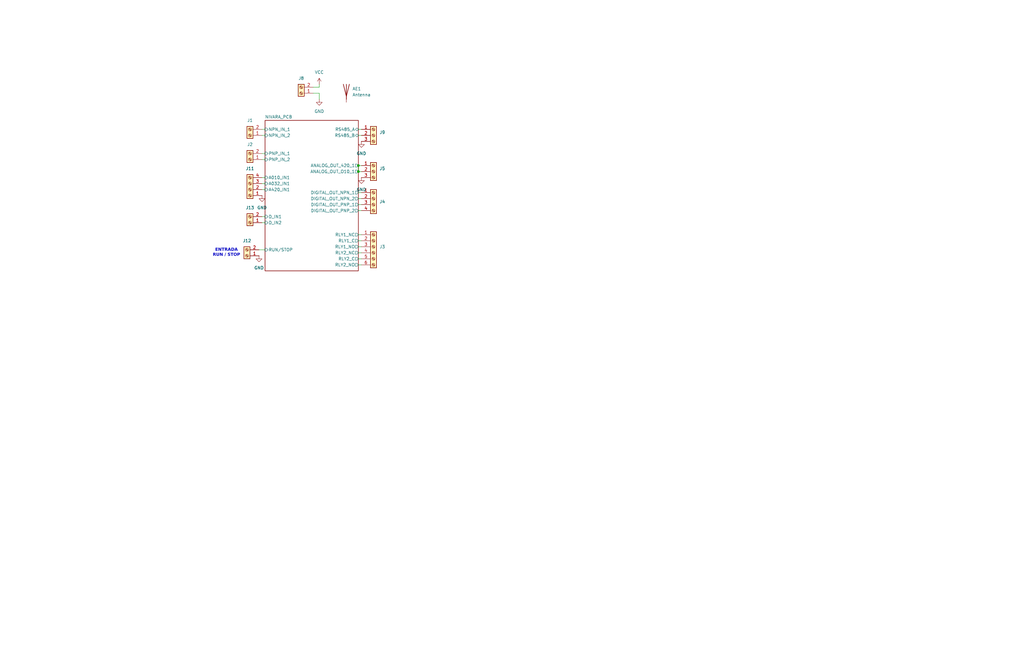
<source format=kicad_sch>
(kicad_sch
	(version 20250114)
	(generator "eeschema")
	(generator_version "9.0")
	(uuid "6e75f459-6987-4339-89e3-aaf3c6cdec65")
	(paper "USLedger")
	(lib_symbols
		(symbol "Connector:Screw_Terminal_01x02"
			(pin_names
				(offset 1.016)
				(hide yes)
			)
			(exclude_from_sim no)
			(in_bom yes)
			(on_board yes)
			(property "Reference" "J"
				(at 0 2.54 0)
				(effects
					(font
						(size 1.27 1.27)
					)
				)
			)
			(property "Value" "Screw_Terminal_01x02"
				(at 0 -5.08 0)
				(effects
					(font
						(size 1.27 1.27)
					)
				)
			)
			(property "Footprint" ""
				(at 0 0 0)
				(effects
					(font
						(size 1.27 1.27)
					)
					(hide yes)
				)
			)
			(property "Datasheet" "~"
				(at 0 0 0)
				(effects
					(font
						(size 1.27 1.27)
					)
					(hide yes)
				)
			)
			(property "Description" "Generic screw terminal, single row, 01x02, script generated (kicad-library-utils/schlib/autogen/connector/)"
				(at 0 0 0)
				(effects
					(font
						(size 1.27 1.27)
					)
					(hide yes)
				)
			)
			(property "ki_keywords" "screw terminal"
				(at 0 0 0)
				(effects
					(font
						(size 1.27 1.27)
					)
					(hide yes)
				)
			)
			(property "ki_fp_filters" "TerminalBlock*:*"
				(at 0 0 0)
				(effects
					(font
						(size 1.27 1.27)
					)
					(hide yes)
				)
			)
			(symbol "Screw_Terminal_01x02_1_1"
				(rectangle
					(start -1.27 1.27)
					(end 1.27 -3.81)
					(stroke
						(width 0.254)
						(type default)
					)
					(fill
						(type background)
					)
				)
				(polyline
					(pts
						(xy -0.5334 0.3302) (xy 0.3302 -0.508)
					)
					(stroke
						(width 0.1524)
						(type default)
					)
					(fill
						(type none)
					)
				)
				(polyline
					(pts
						(xy -0.5334 -2.2098) (xy 0.3302 -3.048)
					)
					(stroke
						(width 0.1524)
						(type default)
					)
					(fill
						(type none)
					)
				)
				(polyline
					(pts
						(xy -0.3556 0.508) (xy 0.508 -0.3302)
					)
					(stroke
						(width 0.1524)
						(type default)
					)
					(fill
						(type none)
					)
				)
				(polyline
					(pts
						(xy -0.3556 -2.032) (xy 0.508 -2.8702)
					)
					(stroke
						(width 0.1524)
						(type default)
					)
					(fill
						(type none)
					)
				)
				(circle
					(center 0 0)
					(radius 0.635)
					(stroke
						(width 0.1524)
						(type default)
					)
					(fill
						(type none)
					)
				)
				(circle
					(center 0 -2.54)
					(radius 0.635)
					(stroke
						(width 0.1524)
						(type default)
					)
					(fill
						(type none)
					)
				)
				(pin passive line
					(at -5.08 0 0)
					(length 3.81)
					(name "Pin_1"
						(effects
							(font
								(size 1.27 1.27)
							)
						)
					)
					(number "1"
						(effects
							(font
								(size 1.27 1.27)
							)
						)
					)
				)
				(pin passive line
					(at -5.08 -2.54 0)
					(length 3.81)
					(name "Pin_2"
						(effects
							(font
								(size 1.27 1.27)
							)
						)
					)
					(number "2"
						(effects
							(font
								(size 1.27 1.27)
							)
						)
					)
				)
			)
			(embedded_fonts no)
		)
		(symbol "Connector:Screw_Terminal_01x03"
			(pin_names
				(offset 1.016)
				(hide yes)
			)
			(exclude_from_sim no)
			(in_bom yes)
			(on_board yes)
			(property "Reference" "J"
				(at 0 5.08 0)
				(effects
					(font
						(size 1.27 1.27)
					)
				)
			)
			(property "Value" "Screw_Terminal_01x03"
				(at 0 -5.08 0)
				(effects
					(font
						(size 1.27 1.27)
					)
				)
			)
			(property "Footprint" ""
				(at 0 0 0)
				(effects
					(font
						(size 1.27 1.27)
					)
					(hide yes)
				)
			)
			(property "Datasheet" "~"
				(at 0 0 0)
				(effects
					(font
						(size 1.27 1.27)
					)
					(hide yes)
				)
			)
			(property "Description" "Generic screw terminal, single row, 01x03, script generated (kicad-library-utils/schlib/autogen/connector/)"
				(at 0 0 0)
				(effects
					(font
						(size 1.27 1.27)
					)
					(hide yes)
				)
			)
			(property "ki_keywords" "screw terminal"
				(at 0 0 0)
				(effects
					(font
						(size 1.27 1.27)
					)
					(hide yes)
				)
			)
			(property "ki_fp_filters" "TerminalBlock*:*"
				(at 0 0 0)
				(effects
					(font
						(size 1.27 1.27)
					)
					(hide yes)
				)
			)
			(symbol "Screw_Terminal_01x03_1_1"
				(rectangle
					(start -1.27 3.81)
					(end 1.27 -3.81)
					(stroke
						(width 0.254)
						(type default)
					)
					(fill
						(type background)
					)
				)
				(polyline
					(pts
						(xy -0.5334 2.8702) (xy 0.3302 2.032)
					)
					(stroke
						(width 0.1524)
						(type default)
					)
					(fill
						(type none)
					)
				)
				(polyline
					(pts
						(xy -0.5334 0.3302) (xy 0.3302 -0.508)
					)
					(stroke
						(width 0.1524)
						(type default)
					)
					(fill
						(type none)
					)
				)
				(polyline
					(pts
						(xy -0.5334 -2.2098) (xy 0.3302 -3.048)
					)
					(stroke
						(width 0.1524)
						(type default)
					)
					(fill
						(type none)
					)
				)
				(polyline
					(pts
						(xy -0.3556 3.048) (xy 0.508 2.2098)
					)
					(stroke
						(width 0.1524)
						(type default)
					)
					(fill
						(type none)
					)
				)
				(polyline
					(pts
						(xy -0.3556 0.508) (xy 0.508 -0.3302)
					)
					(stroke
						(width 0.1524)
						(type default)
					)
					(fill
						(type none)
					)
				)
				(polyline
					(pts
						(xy -0.3556 -2.032) (xy 0.508 -2.8702)
					)
					(stroke
						(width 0.1524)
						(type default)
					)
					(fill
						(type none)
					)
				)
				(circle
					(center 0 2.54)
					(radius 0.635)
					(stroke
						(width 0.1524)
						(type default)
					)
					(fill
						(type none)
					)
				)
				(circle
					(center 0 0)
					(radius 0.635)
					(stroke
						(width 0.1524)
						(type default)
					)
					(fill
						(type none)
					)
				)
				(circle
					(center 0 -2.54)
					(radius 0.635)
					(stroke
						(width 0.1524)
						(type default)
					)
					(fill
						(type none)
					)
				)
				(pin passive line
					(at -5.08 2.54 0)
					(length 3.81)
					(name "Pin_1"
						(effects
							(font
								(size 1.27 1.27)
							)
						)
					)
					(number "1"
						(effects
							(font
								(size 1.27 1.27)
							)
						)
					)
				)
				(pin passive line
					(at -5.08 0 0)
					(length 3.81)
					(name "Pin_2"
						(effects
							(font
								(size 1.27 1.27)
							)
						)
					)
					(number "2"
						(effects
							(font
								(size 1.27 1.27)
							)
						)
					)
				)
				(pin passive line
					(at -5.08 -2.54 0)
					(length 3.81)
					(name "Pin_3"
						(effects
							(font
								(size 1.27 1.27)
							)
						)
					)
					(number "3"
						(effects
							(font
								(size 1.27 1.27)
							)
						)
					)
				)
			)
			(embedded_fonts no)
		)
		(symbol "Connector:Screw_Terminal_01x04"
			(pin_names
				(offset 1.016)
				(hide yes)
			)
			(exclude_from_sim no)
			(in_bom yes)
			(on_board yes)
			(property "Reference" "J"
				(at 0 5.08 0)
				(effects
					(font
						(size 1.27 1.27)
					)
				)
			)
			(property "Value" "Screw_Terminal_01x04"
				(at 0 -7.62 0)
				(effects
					(font
						(size 1.27 1.27)
					)
				)
			)
			(property "Footprint" ""
				(at 0 0 0)
				(effects
					(font
						(size 1.27 1.27)
					)
					(hide yes)
				)
			)
			(property "Datasheet" "~"
				(at 0 0 0)
				(effects
					(font
						(size 1.27 1.27)
					)
					(hide yes)
				)
			)
			(property "Description" "Generic screw terminal, single row, 01x04, script generated (kicad-library-utils/schlib/autogen/connector/)"
				(at 0 0 0)
				(effects
					(font
						(size 1.27 1.27)
					)
					(hide yes)
				)
			)
			(property "ki_keywords" "screw terminal"
				(at 0 0 0)
				(effects
					(font
						(size 1.27 1.27)
					)
					(hide yes)
				)
			)
			(property "ki_fp_filters" "TerminalBlock*:*"
				(at 0 0 0)
				(effects
					(font
						(size 1.27 1.27)
					)
					(hide yes)
				)
			)
			(symbol "Screw_Terminal_01x04_1_1"
				(rectangle
					(start -1.27 3.81)
					(end 1.27 -6.35)
					(stroke
						(width 0.254)
						(type default)
					)
					(fill
						(type background)
					)
				)
				(polyline
					(pts
						(xy -0.5334 2.8702) (xy 0.3302 2.032)
					)
					(stroke
						(width 0.1524)
						(type default)
					)
					(fill
						(type none)
					)
				)
				(polyline
					(pts
						(xy -0.5334 0.3302) (xy 0.3302 -0.508)
					)
					(stroke
						(width 0.1524)
						(type default)
					)
					(fill
						(type none)
					)
				)
				(polyline
					(pts
						(xy -0.5334 -2.2098) (xy 0.3302 -3.048)
					)
					(stroke
						(width 0.1524)
						(type default)
					)
					(fill
						(type none)
					)
				)
				(polyline
					(pts
						(xy -0.5334 -4.7498) (xy 0.3302 -5.588)
					)
					(stroke
						(width 0.1524)
						(type default)
					)
					(fill
						(type none)
					)
				)
				(polyline
					(pts
						(xy -0.3556 3.048) (xy 0.508 2.2098)
					)
					(stroke
						(width 0.1524)
						(type default)
					)
					(fill
						(type none)
					)
				)
				(polyline
					(pts
						(xy -0.3556 0.508) (xy 0.508 -0.3302)
					)
					(stroke
						(width 0.1524)
						(type default)
					)
					(fill
						(type none)
					)
				)
				(polyline
					(pts
						(xy -0.3556 -2.032) (xy 0.508 -2.8702)
					)
					(stroke
						(width 0.1524)
						(type default)
					)
					(fill
						(type none)
					)
				)
				(polyline
					(pts
						(xy -0.3556 -4.572) (xy 0.508 -5.4102)
					)
					(stroke
						(width 0.1524)
						(type default)
					)
					(fill
						(type none)
					)
				)
				(circle
					(center 0 2.54)
					(radius 0.635)
					(stroke
						(width 0.1524)
						(type default)
					)
					(fill
						(type none)
					)
				)
				(circle
					(center 0 0)
					(radius 0.635)
					(stroke
						(width 0.1524)
						(type default)
					)
					(fill
						(type none)
					)
				)
				(circle
					(center 0 -2.54)
					(radius 0.635)
					(stroke
						(width 0.1524)
						(type default)
					)
					(fill
						(type none)
					)
				)
				(circle
					(center 0 -5.08)
					(radius 0.635)
					(stroke
						(width 0.1524)
						(type default)
					)
					(fill
						(type none)
					)
				)
				(pin passive line
					(at -5.08 2.54 0)
					(length 3.81)
					(name "Pin_1"
						(effects
							(font
								(size 1.27 1.27)
							)
						)
					)
					(number "1"
						(effects
							(font
								(size 1.27 1.27)
							)
						)
					)
				)
				(pin passive line
					(at -5.08 0 0)
					(length 3.81)
					(name "Pin_2"
						(effects
							(font
								(size 1.27 1.27)
							)
						)
					)
					(number "2"
						(effects
							(font
								(size 1.27 1.27)
							)
						)
					)
				)
				(pin passive line
					(at -5.08 -2.54 0)
					(length 3.81)
					(name "Pin_3"
						(effects
							(font
								(size 1.27 1.27)
							)
						)
					)
					(number "3"
						(effects
							(font
								(size 1.27 1.27)
							)
						)
					)
				)
				(pin passive line
					(at -5.08 -5.08 0)
					(length 3.81)
					(name "Pin_4"
						(effects
							(font
								(size 1.27 1.27)
							)
						)
					)
					(number "4"
						(effects
							(font
								(size 1.27 1.27)
							)
						)
					)
				)
			)
			(embedded_fonts no)
		)
		(symbol "Connector:Screw_Terminal_01x06"
			(pin_names
				(offset 1.016)
				(hide yes)
			)
			(exclude_from_sim no)
			(in_bom yes)
			(on_board yes)
			(property "Reference" "J"
				(at 0 7.62 0)
				(effects
					(font
						(size 1.27 1.27)
					)
				)
			)
			(property "Value" "Screw_Terminal_01x06"
				(at 0 -10.16 0)
				(effects
					(font
						(size 1.27 1.27)
					)
				)
			)
			(property "Footprint" ""
				(at 0 0 0)
				(effects
					(font
						(size 1.27 1.27)
					)
					(hide yes)
				)
			)
			(property "Datasheet" "~"
				(at 0 0 0)
				(effects
					(font
						(size 1.27 1.27)
					)
					(hide yes)
				)
			)
			(property "Description" "Generic screw terminal, single row, 01x06, script generated (kicad-library-utils/schlib/autogen/connector/)"
				(at 0 0 0)
				(effects
					(font
						(size 1.27 1.27)
					)
					(hide yes)
				)
			)
			(property "ki_keywords" "screw terminal"
				(at 0 0 0)
				(effects
					(font
						(size 1.27 1.27)
					)
					(hide yes)
				)
			)
			(property "ki_fp_filters" "TerminalBlock*:*"
				(at 0 0 0)
				(effects
					(font
						(size 1.27 1.27)
					)
					(hide yes)
				)
			)
			(symbol "Screw_Terminal_01x06_1_1"
				(rectangle
					(start -1.27 6.35)
					(end 1.27 -8.89)
					(stroke
						(width 0.254)
						(type default)
					)
					(fill
						(type background)
					)
				)
				(polyline
					(pts
						(xy -0.5334 5.4102) (xy 0.3302 4.572)
					)
					(stroke
						(width 0.1524)
						(type default)
					)
					(fill
						(type none)
					)
				)
				(polyline
					(pts
						(xy -0.5334 2.8702) (xy 0.3302 2.032)
					)
					(stroke
						(width 0.1524)
						(type default)
					)
					(fill
						(type none)
					)
				)
				(polyline
					(pts
						(xy -0.5334 0.3302) (xy 0.3302 -0.508)
					)
					(stroke
						(width 0.1524)
						(type default)
					)
					(fill
						(type none)
					)
				)
				(polyline
					(pts
						(xy -0.5334 -2.2098) (xy 0.3302 -3.048)
					)
					(stroke
						(width 0.1524)
						(type default)
					)
					(fill
						(type none)
					)
				)
				(polyline
					(pts
						(xy -0.5334 -4.7498) (xy 0.3302 -5.588)
					)
					(stroke
						(width 0.1524)
						(type default)
					)
					(fill
						(type none)
					)
				)
				(polyline
					(pts
						(xy -0.5334 -7.2898) (xy 0.3302 -8.128)
					)
					(stroke
						(width 0.1524)
						(type default)
					)
					(fill
						(type none)
					)
				)
				(polyline
					(pts
						(xy -0.3556 5.588) (xy 0.508 4.7498)
					)
					(stroke
						(width 0.1524)
						(type default)
					)
					(fill
						(type none)
					)
				)
				(polyline
					(pts
						(xy -0.3556 3.048) (xy 0.508 2.2098)
					)
					(stroke
						(width 0.1524)
						(type default)
					)
					(fill
						(type none)
					)
				)
				(polyline
					(pts
						(xy -0.3556 0.508) (xy 0.508 -0.3302)
					)
					(stroke
						(width 0.1524)
						(type default)
					)
					(fill
						(type none)
					)
				)
				(polyline
					(pts
						(xy -0.3556 -2.032) (xy 0.508 -2.8702)
					)
					(stroke
						(width 0.1524)
						(type default)
					)
					(fill
						(type none)
					)
				)
				(polyline
					(pts
						(xy -0.3556 -4.572) (xy 0.508 -5.4102)
					)
					(stroke
						(width 0.1524)
						(type default)
					)
					(fill
						(type none)
					)
				)
				(polyline
					(pts
						(xy -0.3556 -7.112) (xy 0.508 -7.9502)
					)
					(stroke
						(width 0.1524)
						(type default)
					)
					(fill
						(type none)
					)
				)
				(circle
					(center 0 5.08)
					(radius 0.635)
					(stroke
						(width 0.1524)
						(type default)
					)
					(fill
						(type none)
					)
				)
				(circle
					(center 0 2.54)
					(radius 0.635)
					(stroke
						(width 0.1524)
						(type default)
					)
					(fill
						(type none)
					)
				)
				(circle
					(center 0 0)
					(radius 0.635)
					(stroke
						(width 0.1524)
						(type default)
					)
					(fill
						(type none)
					)
				)
				(circle
					(center 0 -2.54)
					(radius 0.635)
					(stroke
						(width 0.1524)
						(type default)
					)
					(fill
						(type none)
					)
				)
				(circle
					(center 0 -5.08)
					(radius 0.635)
					(stroke
						(width 0.1524)
						(type default)
					)
					(fill
						(type none)
					)
				)
				(circle
					(center 0 -7.62)
					(radius 0.635)
					(stroke
						(width 0.1524)
						(type default)
					)
					(fill
						(type none)
					)
				)
				(pin passive line
					(at -5.08 5.08 0)
					(length 3.81)
					(name "Pin_1"
						(effects
							(font
								(size 1.27 1.27)
							)
						)
					)
					(number "1"
						(effects
							(font
								(size 1.27 1.27)
							)
						)
					)
				)
				(pin passive line
					(at -5.08 2.54 0)
					(length 3.81)
					(name "Pin_2"
						(effects
							(font
								(size 1.27 1.27)
							)
						)
					)
					(number "2"
						(effects
							(font
								(size 1.27 1.27)
							)
						)
					)
				)
				(pin passive line
					(at -5.08 0 0)
					(length 3.81)
					(name "Pin_3"
						(effects
							(font
								(size 1.27 1.27)
							)
						)
					)
					(number "3"
						(effects
							(font
								(size 1.27 1.27)
							)
						)
					)
				)
				(pin passive line
					(at -5.08 -2.54 0)
					(length 3.81)
					(name "Pin_4"
						(effects
							(font
								(size 1.27 1.27)
							)
						)
					)
					(number "4"
						(effects
							(font
								(size 1.27 1.27)
							)
						)
					)
				)
				(pin passive line
					(at -5.08 -5.08 0)
					(length 3.81)
					(name "Pin_5"
						(effects
							(font
								(size 1.27 1.27)
							)
						)
					)
					(number "5"
						(effects
							(font
								(size 1.27 1.27)
							)
						)
					)
				)
				(pin passive line
					(at -5.08 -7.62 0)
					(length 3.81)
					(name "Pin_6"
						(effects
							(font
								(size 1.27 1.27)
							)
						)
					)
					(number "6"
						(effects
							(font
								(size 1.27 1.27)
							)
						)
					)
				)
			)
			(embedded_fonts no)
		)
		(symbol "Device:Antenna"
			(pin_numbers
				(hide yes)
			)
			(pin_names
				(offset 1.016)
				(hide yes)
			)
			(exclude_from_sim no)
			(in_bom yes)
			(on_board yes)
			(property "Reference" "AE"
				(at -1.905 1.905 0)
				(effects
					(font
						(size 1.27 1.27)
					)
					(justify right)
				)
			)
			(property "Value" "Antenna"
				(at -1.905 0 0)
				(effects
					(font
						(size 1.27 1.27)
					)
					(justify right)
				)
			)
			(property "Footprint" ""
				(at 0 0 0)
				(effects
					(font
						(size 1.27 1.27)
					)
					(hide yes)
				)
			)
			(property "Datasheet" "~"
				(at 0 0 0)
				(effects
					(font
						(size 1.27 1.27)
					)
					(hide yes)
				)
			)
			(property "Description" "Antenna"
				(at 0 0 0)
				(effects
					(font
						(size 1.27 1.27)
					)
					(hide yes)
				)
			)
			(property "ki_keywords" "antenna"
				(at 0 0 0)
				(effects
					(font
						(size 1.27 1.27)
					)
					(hide yes)
				)
			)
			(symbol "Antenna_0_1"
				(polyline
					(pts
						(xy 0 2.54) (xy 0 -3.81)
					)
					(stroke
						(width 0.254)
						(type default)
					)
					(fill
						(type none)
					)
				)
				(polyline
					(pts
						(xy 1.27 2.54) (xy 0 -2.54) (xy -1.27 2.54)
					)
					(stroke
						(width 0.254)
						(type default)
					)
					(fill
						(type none)
					)
				)
			)
			(symbol "Antenna_1_1"
				(pin input line
					(at 0 -5.08 90)
					(length 2.54)
					(name "A"
						(effects
							(font
								(size 1.27 1.27)
							)
						)
					)
					(number "1"
						(effects
							(font
								(size 1.27 1.27)
							)
						)
					)
				)
			)
			(embedded_fonts no)
		)
		(symbol "power:GND"
			(power)
			(pin_numbers
				(hide yes)
			)
			(pin_names
				(offset 0)
				(hide yes)
			)
			(exclude_from_sim no)
			(in_bom yes)
			(on_board yes)
			(property "Reference" "#PWR"
				(at 0 -6.35 0)
				(effects
					(font
						(size 1.27 1.27)
					)
					(hide yes)
				)
			)
			(property "Value" "GND"
				(at 0 -3.81 0)
				(effects
					(font
						(size 1.27 1.27)
					)
				)
			)
			(property "Footprint" ""
				(at 0 0 0)
				(effects
					(font
						(size 1.27 1.27)
					)
					(hide yes)
				)
			)
			(property "Datasheet" ""
				(at 0 0 0)
				(effects
					(font
						(size 1.27 1.27)
					)
					(hide yes)
				)
			)
			(property "Description" "Power symbol creates a global label with name \"GND\" , ground"
				(at 0 0 0)
				(effects
					(font
						(size 1.27 1.27)
					)
					(hide yes)
				)
			)
			(property "ki_keywords" "global power"
				(at 0 0 0)
				(effects
					(font
						(size 1.27 1.27)
					)
					(hide yes)
				)
			)
			(symbol "GND_0_1"
				(polyline
					(pts
						(xy 0 0) (xy 0 -1.27) (xy 1.27 -1.27) (xy 0 -2.54) (xy -1.27 -1.27) (xy 0 -1.27)
					)
					(stroke
						(width 0)
						(type default)
					)
					(fill
						(type none)
					)
				)
			)
			(symbol "GND_1_1"
				(pin power_in line
					(at 0 0 270)
					(length 0)
					(name "~"
						(effects
							(font
								(size 1.27 1.27)
							)
						)
					)
					(number "1"
						(effects
							(font
								(size 1.27 1.27)
							)
						)
					)
				)
			)
			(embedded_fonts no)
		)
		(symbol "power:VCC"
			(power)
			(pin_numbers
				(hide yes)
			)
			(pin_names
				(offset 0)
				(hide yes)
			)
			(exclude_from_sim no)
			(in_bom yes)
			(on_board yes)
			(property "Reference" "#PWR"
				(at 0 -3.81 0)
				(effects
					(font
						(size 1.27 1.27)
					)
					(hide yes)
				)
			)
			(property "Value" "VCC"
				(at 0 3.556 0)
				(effects
					(font
						(size 1.27 1.27)
					)
				)
			)
			(property "Footprint" ""
				(at 0 0 0)
				(effects
					(font
						(size 1.27 1.27)
					)
					(hide yes)
				)
			)
			(property "Datasheet" ""
				(at 0 0 0)
				(effects
					(font
						(size 1.27 1.27)
					)
					(hide yes)
				)
			)
			(property "Description" "Power symbol creates a global label with name \"VCC\""
				(at 0 0 0)
				(effects
					(font
						(size 1.27 1.27)
					)
					(hide yes)
				)
			)
			(property "ki_keywords" "global power"
				(at 0 0 0)
				(effects
					(font
						(size 1.27 1.27)
					)
					(hide yes)
				)
			)
			(symbol "VCC_0_1"
				(polyline
					(pts
						(xy -0.762 1.27) (xy 0 2.54)
					)
					(stroke
						(width 0)
						(type default)
					)
					(fill
						(type none)
					)
				)
				(polyline
					(pts
						(xy 0 2.54) (xy 0.762 1.27)
					)
					(stroke
						(width 0)
						(type default)
					)
					(fill
						(type none)
					)
				)
				(polyline
					(pts
						(xy 0 0) (xy 0 2.54)
					)
					(stroke
						(width 0)
						(type default)
					)
					(fill
						(type none)
					)
				)
			)
			(symbol "VCC_1_1"
				(pin power_in line
					(at 0 0 90)
					(length 0)
					(name "~"
						(effects
							(font
								(size 1.27 1.27)
							)
						)
					)
					(number "1"
						(effects
							(font
								(size 1.27 1.27)
							)
						)
					)
				)
			)
			(embedded_fonts no)
		)
	)
	(text "ENTRADA\nRUN / STOP\n"
		(exclude_from_sim no)
		(at 95.504 106.934 0)
		(effects
			(font
				(face "Arial Black")
				(size 1.27 1.27)
			)
		)
		(uuid "ee922bd1-f17c-44fb-8420-123bc0e4d74f")
	)
	(junction
		(at 151.13 72.39)
		(diameter 0)
		(color 0 0 0 0)
		(uuid "acf0a46b-d8f7-4073-94c3-94c96f9dffe3")
	)
	(junction
		(at 151.13 69.85)
		(diameter 0)
		(color 0 0 0 0)
		(uuid "ffbcc117-6cd3-43d7-bb1d-b2001553b923")
	)
	(wire
		(pts
			(xy 151.13 54.61) (xy 152.4 54.61)
		)
		(stroke
			(width 0)
			(type default)
		)
		(uuid "1bcfd6cb-1ebe-4806-8c5a-e7eb8de97935")
	)
	(wire
		(pts
			(xy 151.13 69.85) (xy 152.4 69.85)
		)
		(stroke
			(width 0)
			(type default)
		)
		(uuid "2049d5f3-6845-414f-874b-f89ea2a49442")
	)
	(wire
		(pts
			(xy 132.08 39.37) (xy 134.62 39.37)
		)
		(stroke
			(width 0)
			(type default)
		)
		(uuid "23d60ca3-9449-4904-bbb2-baca01c48418")
	)
	(wire
		(pts
			(xy 110.49 74.93) (xy 111.76 74.93)
		)
		(stroke
			(width 0)
			(type default)
		)
		(uuid "288af62c-1051-4de1-97b2-1aa0ded6a4bc")
	)
	(wire
		(pts
			(xy 110.49 54.61) (xy 111.76 54.61)
		)
		(stroke
			(width 0)
			(type default)
		)
		(uuid "295ea30c-7927-4bd1-a725-61e15054d008")
	)
	(wire
		(pts
			(xy 151.13 104.14) (xy 152.4 104.14)
		)
		(stroke
			(width 0)
			(type default)
		)
		(uuid "2d3ec849-1ebf-445d-9eb1-95ab8fdf91c1")
	)
	(wire
		(pts
			(xy 151.13 69.85) (xy 151.13 72.39)
		)
		(stroke
			(width 0)
			(type default)
		)
		(uuid "2ed370f9-01f1-4680-a25e-1e08c1ac199d")
	)
	(wire
		(pts
			(xy 151.13 57.15) (xy 152.4 57.15)
		)
		(stroke
			(width 0)
			(type default)
		)
		(uuid "46649ae4-d56d-4cd7-b703-42f00e2f3de9")
	)
	(wire
		(pts
			(xy 110.49 67.31) (xy 111.76 67.31)
		)
		(stroke
			(width 0)
			(type default)
		)
		(uuid "49759f39-7053-4be4-b04c-a29e880b6871")
	)
	(wire
		(pts
			(xy 134.62 36.83) (xy 134.62 35.56)
		)
		(stroke
			(width 0)
			(type default)
		)
		(uuid "4a6094ff-6615-4084-b82c-9c22c6a9bc09")
	)
	(wire
		(pts
			(xy 151.13 88.9) (xy 152.4 88.9)
		)
		(stroke
			(width 0)
			(type default)
		)
		(uuid "4c11399a-d0c2-40c3-8a60-7af65a0e90dc")
	)
	(wire
		(pts
			(xy 110.49 77.47) (xy 111.76 77.47)
		)
		(stroke
			(width 0)
			(type default)
		)
		(uuid "5bdad987-8a11-4311-9b6a-fc3425c0ee3e")
	)
	(wire
		(pts
			(xy 151.13 101.6) (xy 152.4 101.6)
		)
		(stroke
			(width 0)
			(type default)
		)
		(uuid "6419439d-3fc2-4d88-af99-17e668c1a53a")
	)
	(wire
		(pts
			(xy 151.13 83.82) (xy 152.4 83.82)
		)
		(stroke
			(width 0)
			(type default)
		)
		(uuid "78ebd627-c92a-4d2e-8389-dd14c1392c09")
	)
	(wire
		(pts
			(xy 151.13 99.06) (xy 152.4 99.06)
		)
		(stroke
			(width 0)
			(type default)
		)
		(uuid "83e6f484-d448-4094-be19-76c2b8ad5db1")
	)
	(wire
		(pts
			(xy 109.22 105.41) (xy 111.76 105.41)
		)
		(stroke
			(width 0)
			(type default)
		)
		(uuid "b00d1394-83d2-43d4-bf9b-4a36f521d7d2")
	)
	(wire
		(pts
			(xy 134.62 36.83) (xy 132.08 36.83)
		)
		(stroke
			(width 0)
			(type default)
		)
		(uuid "b743a3b5-2ad3-471c-98c6-81bf0434e7bb")
	)
	(wire
		(pts
			(xy 151.13 81.28) (xy 152.4 81.28)
		)
		(stroke
			(width 0)
			(type default)
		)
		(uuid "bf18693d-a903-4b77-a882-1bdbe3e36454")
	)
	(wire
		(pts
			(xy 151.13 109.22) (xy 152.4 109.22)
		)
		(stroke
			(width 0)
			(type default)
		)
		(uuid "bf5fa346-2ac6-47d7-93e8-95575779e3e6")
	)
	(wire
		(pts
			(xy 134.62 39.37) (xy 134.62 41.91)
		)
		(stroke
			(width 0)
			(type default)
		)
		(uuid "c22a1942-da20-4dd6-8cd2-123029e04a94")
	)
	(wire
		(pts
			(xy 151.13 72.39) (xy 152.4 72.39)
		)
		(stroke
			(width 0)
			(type default)
		)
		(uuid "c60095d3-7242-43cc-b89a-34eea6ca704d")
	)
	(wire
		(pts
			(xy 110.49 91.44) (xy 111.76 91.44)
		)
		(stroke
			(width 0)
			(type default)
		)
		(uuid "d4d54c2b-6f55-42b4-868b-6a26b43ba450")
	)
	(wire
		(pts
			(xy 110.49 93.98) (xy 111.76 93.98)
		)
		(stroke
			(width 0)
			(type default)
		)
		(uuid "ddbdabdc-feab-4405-a135-dd466f5f20fd")
	)
	(wire
		(pts
			(xy 110.49 80.01) (xy 111.76 80.01)
		)
		(stroke
			(width 0)
			(type default)
		)
		(uuid "dee89e53-6068-4db3-88dc-d76fd3504334")
	)
	(wire
		(pts
			(xy 151.13 86.36) (xy 152.4 86.36)
		)
		(stroke
			(width 0)
			(type default)
		)
		(uuid "e996f05d-40c1-46c2-b1ad-a159ec04d81f")
	)
	(wire
		(pts
			(xy 151.13 106.68) (xy 152.4 106.68)
		)
		(stroke
			(width 0)
			(type default)
		)
		(uuid "ed947cd5-7cec-4fb3-8fc6-0b17b0201898")
	)
	(wire
		(pts
			(xy 151.13 111.76) (xy 152.4 111.76)
		)
		(stroke
			(width 0)
			(type default)
		)
		(uuid "f13613ae-3e91-4242-95e9-74a1646b0d16")
	)
	(wire
		(pts
			(xy 110.49 57.15) (xy 111.76 57.15)
		)
		(stroke
			(width 0)
			(type default)
		)
		(uuid "f85f83c7-96a0-4668-bdc0-1385d664b6e0")
	)
	(wire
		(pts
			(xy 110.49 64.77) (xy 111.76 64.77)
		)
		(stroke
			(width 0)
			(type default)
		)
		(uuid "fe28c834-b495-4781-a08e-ae1a68f06749")
	)
	(symbol
		(lib_id "power:VCC")
		(at 134.62 35.56 0)
		(unit 1)
		(exclude_from_sim no)
		(in_bom yes)
		(on_board yes)
		(dnp no)
		(fields_autoplaced yes)
		(uuid "077cfb8e-92af-494b-b6bf-62a206ace77e")
		(property "Reference" "#PWR02"
			(at 134.62 39.37 0)
			(effects
				(font
					(size 1.27 1.27)
				)
				(hide yes)
			)
		)
		(property "Value" "VCC"
			(at 134.62 30.48 0)
			(effects
				(font
					(size 1.27 1.27)
				)
			)
		)
		(property "Footprint" ""
			(at 134.62 35.56 0)
			(effects
				(font
					(size 1.27 1.27)
				)
				(hide yes)
			)
		)
		(property "Datasheet" ""
			(at 134.62 35.56 0)
			(effects
				(font
					(size 1.27 1.27)
				)
				(hide yes)
			)
		)
		(property "Description" "Power symbol creates a global label with name \"VCC\""
			(at 134.62 35.56 0)
			(effects
				(font
					(size 1.27 1.27)
				)
				(hide yes)
			)
		)
		(pin "1"
			(uuid "c77fea0a-aa4d-4261-a479-e42458da41f7")
		)
		(instances
			(project ""
				(path "/6e75f459-6987-4339-89e3-aaf3c6cdec65"
					(reference "#PWR02")
					(unit 1)
				)
			)
		)
	)
	(symbol
		(lib_id "Connector:Screw_Terminal_01x03")
		(at 157.48 57.15 0)
		(unit 1)
		(exclude_from_sim no)
		(in_bom yes)
		(on_board yes)
		(dnp no)
		(fields_autoplaced yes)
		(uuid "11ea88cd-7e5e-4d67-8d11-0e05f4e5f991")
		(property "Reference" "J9"
			(at 160.02 55.8799 0)
			(effects
				(font
					(size 1.27 1.27)
				)
				(justify left)
			)
		)
		(property "Value" "Screw_Terminal_01x03"
			(at 160.02 58.4199 0)
			(effects
				(font
					(size 1.27 1.27)
				)
				(justify left)
				(hide yes)
			)
		)
		(property "Footprint" "TerminalBlock_Phoenix:TerminalBlock_Phoenix_PT-1,5-3-5.0-H_1x03_P5.00mm_Horizontal"
			(at 157.48 57.15 0)
			(effects
				(font
					(size 1.27 1.27)
				)
				(hide yes)
			)
		)
		(property "Datasheet" "~"
			(at 157.48 57.15 0)
			(effects
				(font
					(size 1.27 1.27)
				)
				(hide yes)
			)
		)
		(property "Description" "Generic screw terminal, single row, 01x03, script generated (kicad-library-utils/schlib/autogen/connector/)"
			(at 157.48 57.15 0)
			(effects
				(font
					(size 1.27 1.27)
				)
				(hide yes)
			)
		)
		(pin "1"
			(uuid "8d3be9c1-865b-417b-84c6-0b5578beb17c")
		)
		(pin "2"
			(uuid "fd11dc52-7946-47a9-b4bc-35e50f1aa7fd")
		)
		(pin "3"
			(uuid "bfd44c02-5f27-46fe-b6a7-e31cb9d4d91e")
		)
		(instances
			(project "ELECTIVA - PCB"
				(path "/6e75f459-6987-4339-89e3-aaf3c6cdec65"
					(reference "J9")
					(unit 1)
				)
			)
		)
	)
	(symbol
		(lib_id "Connector:Screw_Terminal_01x04")
		(at 157.48 83.82 0)
		(unit 1)
		(exclude_from_sim no)
		(in_bom yes)
		(on_board yes)
		(dnp no)
		(fields_autoplaced yes)
		(uuid "150c151e-d5d5-4eec-aa65-c34f2fb7166f")
		(property "Reference" "J4"
			(at 160.02 85.0899 0)
			(effects
				(font
					(size 1.27 1.27)
				)
				(justify left)
			)
		)
		(property "Value" "Screw_Terminal_01x04"
			(at 160.02 86.3599 0)
			(effects
				(font
					(size 1.27 1.27)
				)
				(justify left)
				(hide yes)
			)
		)
		(property "Footprint" "TerminalBlock_Phoenix:TerminalBlock_Phoenix_PT-1,5-4-5.0-H_1x04_P5.00mm_Horizontal"
			(at 157.48 83.82 0)
			(effects
				(font
					(size 1.27 1.27)
				)
				(hide yes)
			)
		)
		(property "Datasheet" "~"
			(at 157.48 83.82 0)
			(effects
				(font
					(size 1.27 1.27)
				)
				(hide yes)
			)
		)
		(property "Description" "Generic screw terminal, single row, 01x04, script generated (kicad-library-utils/schlib/autogen/connector/)"
			(at 157.48 83.82 0)
			(effects
				(font
					(size 1.27 1.27)
				)
				(hide yes)
			)
		)
		(pin "2"
			(uuid "f52b0f7a-583e-4177-b1b6-8acbe602c4a1")
		)
		(pin "1"
			(uuid "766b68d8-fca7-4b30-8af6-01a347fe8d9d")
		)
		(pin "4"
			(uuid "f05ff30b-5e81-4f96-ae8b-0d400f7e76e0")
		)
		(pin "3"
			(uuid "63913b45-9f9e-4b6e-98da-55d2432e3e97")
		)
		(instances
			(project "ELECTIVA - PCB"
				(path "/6e75f459-6987-4339-89e3-aaf3c6cdec65"
					(reference "J4")
					(unit 1)
				)
			)
		)
	)
	(symbol
		(lib_id "power:GND")
		(at 134.62 41.91 0)
		(unit 1)
		(exclude_from_sim no)
		(in_bom yes)
		(on_board yes)
		(dnp no)
		(fields_autoplaced yes)
		(uuid "24dac2b9-eb75-408f-9b0b-7234e67b171b")
		(property "Reference" "#PWR01"
			(at 134.62 48.26 0)
			(effects
				(font
					(size 1.27 1.27)
				)
				(hide yes)
			)
		)
		(property "Value" "GND"
			(at 134.62 46.99 0)
			(effects
				(font
					(size 1.27 1.27)
				)
			)
		)
		(property "Footprint" ""
			(at 134.62 41.91 0)
			(effects
				(font
					(size 1.27 1.27)
				)
				(hide yes)
			)
		)
		(property "Datasheet" ""
			(at 134.62 41.91 0)
			(effects
				(font
					(size 1.27 1.27)
				)
				(hide yes)
			)
		)
		(property "Description" "Power symbol creates a global label with name \"GND\" , ground"
			(at 134.62 41.91 0)
			(effects
				(font
					(size 1.27 1.27)
				)
				(hide yes)
			)
		)
		(pin "1"
			(uuid "f72aa526-dff6-4376-bc31-a728cbbd700a")
		)
		(instances
			(project ""
				(path "/6e75f459-6987-4339-89e3-aaf3c6cdec65"
					(reference "#PWR01")
					(unit 1)
				)
			)
		)
	)
	(symbol
		(lib_id "power:GND")
		(at 152.4 59.69 0)
		(unit 1)
		(exclude_from_sim no)
		(in_bom yes)
		(on_board yes)
		(dnp no)
		(fields_autoplaced yes)
		(uuid "2ee3b379-c3b1-4f08-b612-748493523efd")
		(property "Reference" "#PWR03"
			(at 152.4 66.04 0)
			(effects
				(font
					(size 1.27 1.27)
				)
				(hide yes)
			)
		)
		(property "Value" "GND"
			(at 152.4 64.77 0)
			(effects
				(font
					(size 1.27 1.27)
				)
			)
		)
		(property "Footprint" ""
			(at 152.4 59.69 0)
			(effects
				(font
					(size 1.27 1.27)
				)
				(hide yes)
			)
		)
		(property "Datasheet" ""
			(at 152.4 59.69 0)
			(effects
				(font
					(size 1.27 1.27)
				)
				(hide yes)
			)
		)
		(property "Description" "Power symbol creates a global label with name \"GND\" , ground"
			(at 152.4 59.69 0)
			(effects
				(font
					(size 1.27 1.27)
				)
				(hide yes)
			)
		)
		(pin "1"
			(uuid "6221be93-78a1-4195-9ce1-7d78da3864c8")
		)
		(instances
			(project "ELECTIVA - PCB"
				(path "/6e75f459-6987-4339-89e3-aaf3c6cdec65"
					(reference "#PWR03")
					(unit 1)
				)
			)
		)
	)
	(symbol
		(lib_id "Connector:Screw_Terminal_01x03")
		(at 157.48 72.39 0)
		(unit 1)
		(exclude_from_sim no)
		(in_bom yes)
		(on_board yes)
		(dnp no)
		(fields_autoplaced yes)
		(uuid "416e6f54-732a-4326-80ae-74ab57f0acf3")
		(property "Reference" "J5"
			(at 160.02 71.1199 0)
			(effects
				(font
					(size 1.27 1.27)
				)
				(justify left)
			)
		)
		(property "Value" "Screw_Terminal_01x03"
			(at 160.02 73.6599 0)
			(effects
				(font
					(size 1.27 1.27)
				)
				(justify left)
				(hide yes)
			)
		)
		(property "Footprint" "TerminalBlock_Phoenix:TerminalBlock_Phoenix_PT-1,5-3-5.0-H_1x03_P5.00mm_Horizontal"
			(at 157.48 72.39 0)
			(effects
				(font
					(size 1.27 1.27)
				)
				(hide yes)
			)
		)
		(property "Datasheet" "~"
			(at 157.48 72.39 0)
			(effects
				(font
					(size 1.27 1.27)
				)
				(hide yes)
			)
		)
		(property "Description" "Generic screw terminal, single row, 01x03, script generated (kicad-library-utils/schlib/autogen/connector/)"
			(at 157.48 72.39 0)
			(effects
				(font
					(size 1.27 1.27)
				)
				(hide yes)
			)
		)
		(pin "1"
			(uuid "f0f1ea2d-98d7-4c04-81e8-3f084dec3c71")
		)
		(pin "2"
			(uuid "8b26df1a-6771-4f36-8ef4-e6a97b51333f")
		)
		(pin "3"
			(uuid "3cd06e3a-7313-4564-a418-1218238634cb")
		)
		(instances
			(project "ELECTIVA - PCB"
				(path "/6e75f459-6987-4339-89e3-aaf3c6cdec65"
					(reference "J5")
					(unit 1)
				)
			)
		)
	)
	(symbol
		(lib_id "Connector:Screw_Terminal_01x02")
		(at 105.41 93.98 180)
		(unit 1)
		(exclude_from_sim no)
		(in_bom yes)
		(on_board yes)
		(dnp no)
		(fields_autoplaced yes)
		(uuid "531c7453-c0ec-4036-b4b4-5397e02dfaf6")
		(property "Reference" "J13"
			(at 105.41 87.63 0)
			(effects
				(font
					(size 1.27 1.27)
				)
			)
		)
		(property "Value" "Screw_Terminal_01x02"
			(at 102.87 91.4401 0)
			(effects
				(font
					(size 1.27 1.27)
				)
				(justify left)
				(hide yes)
			)
		)
		(property "Footprint" "TerminalBlock_Phoenix:TerminalBlock_Phoenix_PT-1,5-2-5.0-H_1x02_P5.00mm_Horizontal"
			(at 105.41 93.98 0)
			(effects
				(font
					(size 1.27 1.27)
				)
				(hide yes)
			)
		)
		(property "Datasheet" "~"
			(at 105.41 93.98 0)
			(effects
				(font
					(size 1.27 1.27)
				)
				(hide yes)
			)
		)
		(property "Description" "Generic screw terminal, single row, 01x02, script generated (kicad-library-utils/schlib/autogen/connector/)"
			(at 105.41 93.98 0)
			(effects
				(font
					(size 1.27 1.27)
				)
				(hide yes)
			)
		)
		(pin "1"
			(uuid "0fcbb184-7d35-48c5-8886-e3b245848c78")
		)
		(pin "2"
			(uuid "6d93c253-eb46-4d87-a8eb-4d20cc50d049")
		)
		(instances
			(project "ELECTIVA - PCB"
				(path "/6e75f459-6987-4339-89e3-aaf3c6cdec65"
					(reference "J13")
					(unit 1)
				)
			)
		)
	)
	(symbol
		(lib_id "Connector:Screw_Terminal_01x02")
		(at 127 39.37 180)
		(unit 1)
		(exclude_from_sim no)
		(in_bom yes)
		(on_board yes)
		(dnp no)
		(fields_autoplaced yes)
		(uuid "58c383ee-a025-47b3-832b-99683c975b43")
		(property "Reference" "J8"
			(at 127 33.02 0)
			(effects
				(font
					(size 1.27 1.27)
				)
			)
		)
		(property "Value" "Screw_Terminal_01x02"
			(at 124.46 36.8301 0)
			(effects
				(font
					(size 1.27 1.27)
				)
				(justify left)
				(hide yes)
			)
		)
		(property "Footprint" "TerminalBlock_Phoenix:TerminalBlock_Phoenix_PT-1,5-2-5.0-H_1x02_P5.00mm_Horizontal"
			(at 127 39.37 0)
			(effects
				(font
					(size 1.27 1.27)
				)
				(hide yes)
			)
		)
		(property "Datasheet" "~"
			(at 127 39.37 0)
			(effects
				(font
					(size 1.27 1.27)
				)
				(hide yes)
			)
		)
		(property "Description" "Generic screw terminal, single row, 01x02, script generated (kicad-library-utils/schlib/autogen/connector/)"
			(at 127 39.37 0)
			(effects
				(font
					(size 1.27 1.27)
				)
				(hide yes)
			)
		)
		(pin "1"
			(uuid "9ea09d08-387e-4ecd-b50a-a517d7c9db4a")
		)
		(pin "2"
			(uuid "39f8603e-f643-4bfd-8c01-7d0b458e1bc5")
		)
		(instances
			(project "ELECTIVA - PCB"
				(path "/6e75f459-6987-4339-89e3-aaf3c6cdec65"
					(reference "J8")
					(unit 1)
				)
			)
		)
	)
	(symbol
		(lib_id "power:GND")
		(at 110.49 82.55 0)
		(unit 1)
		(exclude_from_sim no)
		(in_bom yes)
		(on_board yes)
		(dnp no)
		(fields_autoplaced yes)
		(uuid "68ca6dc5-5cd2-4a6f-874b-7f0f25b82d6b")
		(property "Reference" "#PWR04"
			(at 110.49 88.9 0)
			(effects
				(font
					(size 1.27 1.27)
				)
				(hide yes)
			)
		)
		(property "Value" "GND"
			(at 110.49 87.63 0)
			(effects
				(font
					(size 1.27 1.27)
				)
			)
		)
		(property "Footprint" ""
			(at 110.49 82.55 0)
			(effects
				(font
					(size 1.27 1.27)
				)
				(hide yes)
			)
		)
		(property "Datasheet" ""
			(at 110.49 82.55 0)
			(effects
				(font
					(size 1.27 1.27)
				)
				(hide yes)
			)
		)
		(property "Description" "Power symbol creates a global label with name \"GND\" , ground"
			(at 110.49 82.55 0)
			(effects
				(font
					(size 1.27 1.27)
				)
				(hide yes)
			)
		)
		(pin "1"
			(uuid "fd8f1f5e-d328-43e3-8d8b-c7a42fac744b")
		)
		(instances
			(project "ELECTIVA - PCB"
				(path "/6e75f459-6987-4339-89e3-aaf3c6cdec65"
					(reference "#PWR04")
					(unit 1)
				)
			)
		)
	)
	(symbol
		(lib_id "Connector:Screw_Terminal_01x04")
		(at 105.41 80.01 180)
		(unit 1)
		(exclude_from_sim no)
		(in_bom yes)
		(on_board yes)
		(dnp no)
		(fields_autoplaced yes)
		(uuid "73b990b0-2d6f-41e0-900c-f289b10798f2")
		(property "Reference" "J11"
			(at 105.41 71.12 0)
			(effects
				(font
					(size 1.27 1.27)
				)
			)
		)
		(property "Value" "Screw_Terminal_01x04"
			(at 102.87 77.4701 0)
			(effects
				(font
					(size 1.27 1.27)
				)
				(justify left)
				(hide yes)
			)
		)
		(property "Footprint" "TerminalBlock_Phoenix:TerminalBlock_Phoenix_PT-1,5-4-5.0-H_1x04_P5.00mm_Horizontal"
			(at 105.41 80.01 0)
			(effects
				(font
					(size 1.27 1.27)
				)
				(hide yes)
			)
		)
		(property "Datasheet" "~"
			(at 105.41 80.01 0)
			(effects
				(font
					(size 1.27 1.27)
				)
				(hide yes)
			)
		)
		(property "Description" "Generic screw terminal, single row, 01x04, script generated (kicad-library-utils/schlib/autogen/connector/)"
			(at 105.41 80.01 0)
			(effects
				(font
					(size 1.27 1.27)
				)
				(hide yes)
			)
		)
		(pin "2"
			(uuid "cf106db2-fa85-4e88-a82c-7a3665401085")
		)
		(pin "1"
			(uuid "5ecbfdf5-7fa4-478f-8f02-055fc8d9da20")
		)
		(pin "4"
			(uuid "dbc39456-c1cb-47b9-bbcc-6c4cf7792fd1")
		)
		(pin "3"
			(uuid "878154ae-877b-4072-a497-b30728f18982")
		)
		(instances
			(project ""
				(path "/6e75f459-6987-4339-89e3-aaf3c6cdec65"
					(reference "J11")
					(unit 1)
				)
			)
		)
	)
	(symbol
		(lib_id "power:GND")
		(at 109.22 107.95 0)
		(unit 1)
		(exclude_from_sim no)
		(in_bom yes)
		(on_board yes)
		(dnp no)
		(fields_autoplaced yes)
		(uuid "a196aca0-7584-444c-be53-1b4db4d6ed51")
		(property "Reference" "#PWR05"
			(at 109.22 114.3 0)
			(effects
				(font
					(size 1.27 1.27)
				)
				(hide yes)
			)
		)
		(property "Value" "GND"
			(at 109.22 113.03 0)
			(effects
				(font
					(size 1.27 1.27)
				)
			)
		)
		(property "Footprint" ""
			(at 109.22 107.95 0)
			(effects
				(font
					(size 1.27 1.27)
				)
				(hide yes)
			)
		)
		(property "Datasheet" ""
			(at 109.22 107.95 0)
			(effects
				(font
					(size 1.27 1.27)
				)
				(hide yes)
			)
		)
		(property "Description" "Power symbol creates a global label with name \"GND\" , ground"
			(at 109.22 107.95 0)
			(effects
				(font
					(size 1.27 1.27)
				)
				(hide yes)
			)
		)
		(pin "1"
			(uuid "7c72a902-7cdd-4d20-99a8-00886263f2e7")
		)
		(instances
			(project "ELECTIVA - PCB"
				(path "/6e75f459-6987-4339-89e3-aaf3c6cdec65"
					(reference "#PWR05")
					(unit 1)
				)
			)
		)
	)
	(symbol
		(lib_id "Connector:Screw_Terminal_01x02")
		(at 105.41 67.31 180)
		(unit 1)
		(exclude_from_sim no)
		(in_bom yes)
		(on_board yes)
		(dnp no)
		(fields_autoplaced yes)
		(uuid "b6f7eb55-54b9-4090-ade0-a8fa03b7f576")
		(property "Reference" "J2"
			(at 105.41 60.96 0)
			(effects
				(font
					(size 1.27 1.27)
				)
			)
		)
		(property "Value" "Screw_Terminal_01x02"
			(at 102.87 64.7701 0)
			(effects
				(font
					(size 1.27 1.27)
				)
				(justify left)
				(hide yes)
			)
		)
		(property "Footprint" "TerminalBlock_Phoenix:TerminalBlock_Phoenix_PT-1,5-2-5.0-H_1x02_P5.00mm_Horizontal"
			(at 105.41 67.31 0)
			(effects
				(font
					(size 1.27 1.27)
				)
				(hide yes)
			)
		)
		(property "Datasheet" "~"
			(at 105.41 67.31 0)
			(effects
				(font
					(size 1.27 1.27)
				)
				(hide yes)
			)
		)
		(property "Description" "Generic screw terminal, single row, 01x02, script generated (kicad-library-utils/schlib/autogen/connector/)"
			(at 105.41 67.31 0)
			(effects
				(font
					(size 1.27 1.27)
				)
				(hide yes)
			)
		)
		(pin "1"
			(uuid "505d8c90-eb93-41d2-9d7a-276f2b84b11d")
		)
		(pin "2"
			(uuid "b20c6e85-8e9e-484e-91c2-11b8195e2d08")
		)
		(instances
			(project "ELECTIVA - PCB"
				(path "/6e75f459-6987-4339-89e3-aaf3c6cdec65"
					(reference "J2")
					(unit 1)
				)
			)
		)
	)
	(symbol
		(lib_id "Connector:Screw_Terminal_01x06")
		(at 157.48 104.14 0)
		(unit 1)
		(exclude_from_sim no)
		(in_bom yes)
		(on_board yes)
		(dnp no)
		(fields_autoplaced yes)
		(uuid "ba8ce20d-d29f-4f63-be06-8483d36814f7")
		(property "Reference" "J3"
			(at 160.02 104.1399 0)
			(effects
				(font
					(size 1.27 1.27)
				)
				(justify left)
			)
		)
		(property "Value" "Screw_Terminal_01x06"
			(at 160.02 106.6799 0)
			(effects
				(font
					(size 1.27 1.27)
				)
				(justify left)
				(hide yes)
			)
		)
		(property "Footprint" "TerminalBlock_Phoenix:TerminalBlock_Phoenix_PT-1,5-6-5.0-H_1x06_P5.00mm_Horizontal"
			(at 157.48 104.14 0)
			(effects
				(font
					(size 1.27 1.27)
				)
				(hide yes)
			)
		)
		(property "Datasheet" "~"
			(at 157.48 104.14 0)
			(effects
				(font
					(size 1.27 1.27)
				)
				(hide yes)
			)
		)
		(property "Description" "Generic screw terminal, single row, 01x06, script generated (kicad-library-utils/schlib/autogen/connector/)"
			(at 157.48 104.14 0)
			(effects
				(font
					(size 1.27 1.27)
				)
				(hide yes)
			)
		)
		(pin "3"
			(uuid "82e04061-d61f-491e-8a76-7dbec001a7fd")
		)
		(pin "2"
			(uuid "0bb56892-9121-4e61-85e8-bbfdcc490019")
		)
		(pin "5"
			(uuid "2ef5abdb-9517-425a-b56d-3cb54e590576")
		)
		(pin "4"
			(uuid "9a07e074-f6fe-448a-af08-04889d7125cf")
		)
		(pin "1"
			(uuid "4cacd5d2-9e32-40c6-8fbe-9b4a93e911bc")
		)
		(pin "6"
			(uuid "5cd43155-9a38-42af-bbb8-83f12a937c7a")
		)
		(instances
			(project "ELECTIVA - PCB"
				(path "/6e75f459-6987-4339-89e3-aaf3c6cdec65"
					(reference "J3")
					(unit 1)
				)
			)
		)
	)
	(symbol
		(lib_id "power:GND")
		(at 152.4 74.93 0)
		(unit 1)
		(exclude_from_sim no)
		(in_bom yes)
		(on_board yes)
		(dnp no)
		(fields_autoplaced yes)
		(uuid "e165b52f-1cb4-4441-9795-df1cbf929642")
		(property "Reference" "#PWR012"
			(at 152.4 81.28 0)
			(effects
				(font
					(size 1.27 1.27)
				)
				(hide yes)
			)
		)
		(property "Value" "GND"
			(at 152.4 80.01 0)
			(effects
				(font
					(size 1.27 1.27)
				)
			)
		)
		(property "Footprint" ""
			(at 152.4 74.93 0)
			(effects
				(font
					(size 1.27 1.27)
				)
				(hide yes)
			)
		)
		(property "Datasheet" ""
			(at 152.4 74.93 0)
			(effects
				(font
					(size 1.27 1.27)
				)
				(hide yes)
			)
		)
		(property "Description" "Power symbol creates a global label with name \"GND\" , ground"
			(at 152.4 74.93 0)
			(effects
				(font
					(size 1.27 1.27)
				)
				(hide yes)
			)
		)
		(pin "1"
			(uuid "b190379d-08e8-42e3-8ce0-5457d9526e28")
		)
		(instances
			(project "ELECTIVA - PCB"
				(path "/6e75f459-6987-4339-89e3-aaf3c6cdec65"
					(reference "#PWR012")
					(unit 1)
				)
			)
		)
	)
	(symbol
		(lib_id "Device:Antenna")
		(at 146.05 38.1 0)
		(unit 1)
		(exclude_from_sim no)
		(in_bom yes)
		(on_board no)
		(dnp no)
		(fields_autoplaced yes)
		(uuid "ec127091-adf4-4e3d-aa1f-9ea9ff9bf51d")
		(property "Reference" "AE1"
			(at 148.59 37.4649 0)
			(effects
				(font
					(size 1.27 1.27)
				)
				(justify left)
			)
		)
		(property "Value" "Antenna"
			(at 148.59 40.0049 0)
			(effects
				(font
					(size 1.27 1.27)
				)
				(justify left)
			)
		)
		(property "Footprint" ""
			(at 146.05 38.1 0)
			(effects
				(font
					(size 1.27 1.27)
				)
				(hide yes)
			)
		)
		(property "Datasheet" "~"
			(at 146.05 38.1 0)
			(effects
				(font
					(size 1.27 1.27)
				)
				(hide yes)
			)
		)
		(property "Description" "Antenna"
			(at 146.05 38.1 0)
			(effects
				(font
					(size 1.27 1.27)
				)
				(hide yes)
			)
		)
		(pin "1"
			(uuid "9fc0027a-b30b-421e-81d0-8e07adb2b2bb")
		)
		(instances
			(project ""
				(path "/6e75f459-6987-4339-89e3-aaf3c6cdec65"
					(reference "AE1")
					(unit 1)
				)
			)
		)
	)
	(symbol
		(lib_id "Connector:Screw_Terminal_01x02")
		(at 105.41 57.15 180)
		(unit 1)
		(exclude_from_sim no)
		(in_bom yes)
		(on_board yes)
		(dnp no)
		(fields_autoplaced yes)
		(uuid "f84b3015-9eae-49f0-8c82-27ca2ffe896f")
		(property "Reference" "J1"
			(at 105.41 50.8 0)
			(effects
				(font
					(size 1.27 1.27)
				)
			)
		)
		(property "Value" "Screw_Terminal_01x02"
			(at 102.87 54.6101 0)
			(effects
				(font
					(size 1.27 1.27)
				)
				(justify left)
				(hide yes)
			)
		)
		(property "Footprint" "TerminalBlock_Phoenix:TerminalBlock_Phoenix_PT-1,5-2-5.0-H_1x02_P5.00mm_Horizontal"
			(at 105.41 57.15 0)
			(effects
				(font
					(size 1.27 1.27)
				)
				(hide yes)
			)
		)
		(property "Datasheet" "~"
			(at 105.41 57.15 0)
			(effects
				(font
					(size 1.27 1.27)
				)
				(hide yes)
			)
		)
		(property "Description" "Generic screw terminal, single row, 01x02, script generated (kicad-library-utils/schlib/autogen/connector/)"
			(at 105.41 57.15 0)
			(effects
				(font
					(size 1.27 1.27)
				)
				(hide yes)
			)
		)
		(pin "1"
			(uuid "7773d5bb-5ffa-4534-a931-12240e027460")
		)
		(pin "2"
			(uuid "ebb075af-d67b-40ba-b56f-566dbfd8c198")
		)
		(instances
			(project ""
				(path "/6e75f459-6987-4339-89e3-aaf3c6cdec65"
					(reference "J1")
					(unit 1)
				)
			)
		)
	)
	(symbol
		(lib_id "Connector:Screw_Terminal_01x02")
		(at 104.14 107.95 180)
		(unit 1)
		(exclude_from_sim no)
		(in_bom yes)
		(on_board yes)
		(dnp no)
		(fields_autoplaced yes)
		(uuid "ff676c18-f76b-48e6-abdf-f99284fb4e88")
		(property "Reference" "J12"
			(at 104.14 101.6 0)
			(effects
				(font
					(size 1.27 1.27)
				)
			)
		)
		(property "Value" "Screw_Terminal_01x02"
			(at 101.6 105.4101 0)
			(effects
				(font
					(size 1.27 1.27)
				)
				(justify left)
				(hide yes)
			)
		)
		(property "Footprint" "TerminalBlock_Phoenix:TerminalBlock_Phoenix_PT-1,5-2-5.0-H_1x02_P5.00mm_Horizontal"
			(at 104.14 107.95 0)
			(effects
				(font
					(size 1.27 1.27)
				)
				(hide yes)
			)
		)
		(property "Datasheet" "~"
			(at 104.14 107.95 0)
			(effects
				(font
					(size 1.27 1.27)
				)
				(hide yes)
			)
		)
		(property "Description" "Generic screw terminal, single row, 01x02, script generated (kicad-library-utils/schlib/autogen/connector/)"
			(at 104.14 107.95 0)
			(effects
				(font
					(size 1.27 1.27)
				)
				(hide yes)
			)
		)
		(pin "1"
			(uuid "664bd4f3-54b8-4843-bb81-5eebd8ba80dc")
		)
		(pin "2"
			(uuid "9623bc64-38dc-4f8a-b7e9-355f402e681e")
		)
		(instances
			(project "ELECTIVA - PCB"
				(path "/6e75f459-6987-4339-89e3-aaf3c6cdec65"
					(reference "J12")
					(unit 1)
				)
			)
		)
	)
	(sheet
		(at 111.76 50.8)
		(size 39.37 63.5)
		(exclude_from_sim no)
		(in_bom yes)
		(on_board yes)
		(dnp no)
		(fields_autoplaced yes)
		(stroke
			(width 0.1524)
			(type solid)
		)
		(fill
			(color 0 0 0 0.0000)
		)
		(uuid "7b92e9b5-01f3-49b8-8382-7f592b7977da")
		(property "Sheetname" "NIVARA_PCB"
			(at 111.76 50.0884 0)
			(effects
				(font
					(size 1.27 1.27)
				)
				(justify left bottom)
			)
		)
		(property "Sheetfile" "NIVARA_PCB_sch.kicad_sch"
			(at 111.76 114.8846 0)
			(effects
				(font
					(size 1.27 1.27)
				)
				(justify left top)
				(hide yes)
			)
		)
		(pin "A010_IN1" input
			(at 111.76 74.93 180)
			(uuid "4ad5e4a2-97d6-4305-a288-7f889670e3d8")
			(effects
				(font
					(size 1.27 1.27)
				)
				(justify left)
			)
		)
		(pin "A032_IN1" input
			(at 111.76 77.47 180)
			(uuid "75ce7bd3-b863-4133-924f-f22794edc1d8")
			(effects
				(font
					(size 1.27 1.27)
				)
				(justify left)
			)
		)
		(pin "A420_IN1" input
			(at 111.76 80.01 180)
			(uuid "f2ea7a86-2f0d-4e48-923e-ca6b5d578128")
			(effects
				(font
					(size 1.27 1.27)
				)
				(justify left)
			)
		)
		(pin "D_IN1" input
			(at 111.76 91.44 180)
			(uuid "8057e07a-ecb2-4028-859f-1d9b5f633f5c")
			(effects
				(font
					(size 1.27 1.27)
				)
				(justify left)
			)
		)
		(pin "D_IN2" input
			(at 111.76 93.98 180)
			(uuid "d27abb95-1556-4cd1-9b41-ccb4d529586e")
			(effects
				(font
					(size 1.27 1.27)
				)
				(justify left)
			)
		)
		(pin "NPN_IN_1" input
			(at 111.76 54.61 180)
			(uuid "33442817-be9b-4fba-90fd-e3eb1b705bb1")
			(effects
				(font
					(size 1.27 1.27)
				)
				(justify left)
			)
		)
		(pin "NPN_IN_2" input
			(at 111.76 57.15 180)
			(uuid "3f87a8e7-99be-4346-862c-5fbb24c6688f")
			(effects
				(font
					(size 1.27 1.27)
				)
				(justify left)
			)
		)
		(pin "PNP_IN_1" input
			(at 111.76 64.77 180)
			(uuid "1fa87918-c774-423e-bb12-8c72377998fa")
			(effects
				(font
					(size 1.27 1.27)
				)
				(justify left)
			)
		)
		(pin "PNP_IN_2" input
			(at 111.76 67.31 180)
			(uuid "63f487d4-983f-4dae-944b-f993a861a28e")
			(effects
				(font
					(size 1.27 1.27)
				)
				(justify left)
			)
		)
		(pin "RLY1_C" output
			(at 151.13 101.6 0)
			(uuid "6624ed3f-c3f4-4020-ba7f-0cad66b22adc")
			(effects
				(font
					(size 1.27 1.27)
				)
				(justify right)
			)
		)
		(pin "RLY1_NC" output
			(at 151.13 99.06 0)
			(uuid "e6046071-105a-40fb-95fc-a39cba3e4eb2")
			(effects
				(font
					(size 1.27 1.27)
				)
				(justify right)
			)
		)
		(pin "RLY1_NO" output
			(at 151.13 104.14 0)
			(uuid "206f6fbc-4a02-4ca0-ad00-f375bbfbaf52")
			(effects
				(font
					(size 1.27 1.27)
				)
				(justify right)
			)
		)
		(pin "RLY2_C" output
			(at 151.13 109.22 0)
			(uuid "1afbf5e3-c481-42fc-816a-34786c9f82cf")
			(effects
				(font
					(size 1.27 1.27)
				)
				(justify right)
			)
		)
		(pin "RLY2_NC" output
			(at 151.13 106.68 0)
			(uuid "d9ae26bb-77db-4d75-9530-17e37b273a9d")
			(effects
				(font
					(size 1.27 1.27)
				)
				(justify right)
			)
		)
		(pin "RLY2_NO" output
			(at 151.13 111.76 0)
			(uuid "f50f0a09-ba1a-403e-a718-3bbad2b27198")
			(effects
				(font
					(size 1.27 1.27)
				)
				(justify right)
			)
		)
		(pin "RS485_A" bidirectional
			(at 151.13 54.61 0)
			(uuid "5d139d19-fbeb-447e-a30e-3bbda98bd688")
			(effects
				(font
					(size 1.27 1.27)
				)
				(justify right)
			)
		)
		(pin "RS485_B" bidirectional
			(at 151.13 57.15 0)
			(uuid "ac9d056d-82a8-4ae9-a1b9-a53069cc4c6c")
			(effects
				(font
					(size 1.27 1.27)
				)
				(justify right)
			)
		)
		(pin "RUN{slash}STOP" input
			(at 111.76 105.41 180)
			(uuid "267643da-e0b4-4c8d-931e-83fe4d82d021")
			(effects
				(font
					(size 1.27 1.27)
				)
				(justify left)
			)
		)
		(pin "ANALOG_OUT_420_1" output
			(at 151.13 69.85 0)
			(uuid "7d7e3968-1d3d-425b-bd32-9ed618a7995d")
			(effects
				(font
					(size 1.27 1.27)
				)
				(justify right)
			)
		)
		(pin "ANALOG_OUT_O10_1" output
			(at 151.13 72.39 0)
			(uuid "837e5815-7c4d-4bd5-a84b-8ae44a3da3e3")
			(effects
				(font
					(size 1.27 1.27)
				)
				(justify right)
			)
		)
		(pin "DIGITAL_OUT_NPN_1" output
			(at 151.13 81.28 0)
			(uuid "af8c7075-fb11-4386-b5c8-c2a0c0dae91b")
			(effects
				(font
					(size 1.27 1.27)
				)
				(justify right)
			)
		)
		(pin "DIGITAL_OUT_NPN_2" output
			(at 151.13 83.82 0)
			(uuid "7811799b-c0d0-43a8-9fcb-35f43cfe8eab")
			(effects
				(font
					(size 1.27 1.27)
				)
				(justify right)
			)
		)
		(pin "DIGITAL_OUT_PNP_1" output
			(at 151.13 86.36 0)
			(uuid "8cabb4ce-4b9b-40e5-889c-9390790cb698")
			(effects
				(font
					(size 1.27 1.27)
				)
				(justify right)
			)
		)
		(pin "DIGITAL_OUT_PNP_2" output
			(at 151.13 88.9 0)
			(uuid "d2933739-499f-49df-9f20-640876101957")
			(effects
				(font
					(size 1.27 1.27)
				)
				(justify right)
			)
		)
		(instances
			(project "ELECTIVA - PCB"
				(path "/6e75f459-6987-4339-89e3-aaf3c6cdec65"
					(page "2")
				)
			)
		)
	)
	(sheet_instances
		(path "/"
			(page "1")
		)
	)
	(embedded_fonts no)
)

</source>
